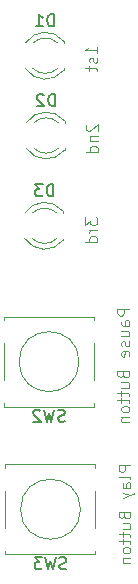
<source format=gbr>
%TF.GenerationSoftware,KiCad,Pcbnew,8.0.9-unknown-202502181922~c4009544a9~ubuntu24.04.1*%
%TF.CreationDate,2025-03-05T23:49:28+05:30*%
%TF.ProjectId,CircuitDesign_AEDTrainer,43697263-7569-4744-9465-7369676e5f41,rev?*%
%TF.SameCoordinates,Original*%
%TF.FileFunction,Legend,Bot*%
%TF.FilePolarity,Positive*%
%FSLAX46Y46*%
G04 Gerber Fmt 4.6, Leading zero omitted, Abs format (unit mm)*
G04 Created by KiCad (PCBNEW 8.0.9-unknown-202502181922~c4009544a9~ubuntu24.04.1) date 2025-03-05 23:49:28*
%MOMM*%
%LPD*%
G01*
G04 APERTURE LIST*
%ADD10C,0.100000*%
%ADD11C,0.150000*%
%ADD12C,0.120000*%
G04 APERTURE END LIST*
D10*
X176347419Y-78033646D02*
X176347419Y-78652693D01*
X176347419Y-78652693D02*
X176728371Y-78319360D01*
X176728371Y-78319360D02*
X176728371Y-78462217D01*
X176728371Y-78462217D02*
X176775990Y-78557455D01*
X176775990Y-78557455D02*
X176823609Y-78605074D01*
X176823609Y-78605074D02*
X176918847Y-78652693D01*
X176918847Y-78652693D02*
X177156942Y-78652693D01*
X177156942Y-78652693D02*
X177252180Y-78605074D01*
X177252180Y-78605074D02*
X177299800Y-78557455D01*
X177299800Y-78557455D02*
X177347419Y-78462217D01*
X177347419Y-78462217D02*
X177347419Y-78176503D01*
X177347419Y-78176503D02*
X177299800Y-78081265D01*
X177299800Y-78081265D02*
X177252180Y-78033646D01*
X177347419Y-79081265D02*
X176680752Y-79081265D01*
X176871228Y-79081265D02*
X176775990Y-79128884D01*
X176775990Y-79128884D02*
X176728371Y-79176503D01*
X176728371Y-79176503D02*
X176680752Y-79271741D01*
X176680752Y-79271741D02*
X176680752Y-79366979D01*
X177347419Y-80128884D02*
X176347419Y-80128884D01*
X177299800Y-80128884D02*
X177347419Y-80033646D01*
X177347419Y-80033646D02*
X177347419Y-79843170D01*
X177347419Y-79843170D02*
X177299800Y-79747932D01*
X177299800Y-79747932D02*
X177252180Y-79700313D01*
X177252180Y-79700313D02*
X177156942Y-79652694D01*
X177156942Y-79652694D02*
X176871228Y-79652694D01*
X176871228Y-79652694D02*
X176775990Y-79700313D01*
X176775990Y-79700313D02*
X176728371Y-79747932D01*
X176728371Y-79747932D02*
X176680752Y-79843170D01*
X176680752Y-79843170D02*
X176680752Y-80033646D01*
X176680752Y-80033646D02*
X176728371Y-80128884D01*
X176492657Y-70156265D02*
X176445038Y-70203884D01*
X176445038Y-70203884D02*
X176397419Y-70299122D01*
X176397419Y-70299122D02*
X176397419Y-70537217D01*
X176397419Y-70537217D02*
X176445038Y-70632455D01*
X176445038Y-70632455D02*
X176492657Y-70680074D01*
X176492657Y-70680074D02*
X176587895Y-70727693D01*
X176587895Y-70727693D02*
X176683133Y-70727693D01*
X176683133Y-70727693D02*
X176825990Y-70680074D01*
X176825990Y-70680074D02*
X177397419Y-70108646D01*
X177397419Y-70108646D02*
X177397419Y-70727693D01*
X176730752Y-71156265D02*
X177397419Y-71156265D01*
X176825990Y-71156265D02*
X176778371Y-71203884D01*
X176778371Y-71203884D02*
X176730752Y-71299122D01*
X176730752Y-71299122D02*
X176730752Y-71441979D01*
X176730752Y-71441979D02*
X176778371Y-71537217D01*
X176778371Y-71537217D02*
X176873609Y-71584836D01*
X176873609Y-71584836D02*
X177397419Y-71584836D01*
X177397419Y-72489598D02*
X176397419Y-72489598D01*
X177349800Y-72489598D02*
X177397419Y-72394360D01*
X177397419Y-72394360D02*
X177397419Y-72203884D01*
X177397419Y-72203884D02*
X177349800Y-72108646D01*
X177349800Y-72108646D02*
X177302180Y-72061027D01*
X177302180Y-72061027D02*
X177206942Y-72013408D01*
X177206942Y-72013408D02*
X176921228Y-72013408D01*
X176921228Y-72013408D02*
X176825990Y-72061027D01*
X176825990Y-72061027D02*
X176778371Y-72108646D01*
X176778371Y-72108646D02*
X176730752Y-72203884D01*
X176730752Y-72203884D02*
X176730752Y-72394360D01*
X176730752Y-72394360D02*
X176778371Y-72489598D01*
X177347419Y-64152693D02*
X177347419Y-63581265D01*
X177347419Y-63866979D02*
X176347419Y-63866979D01*
X176347419Y-63866979D02*
X176490276Y-63771741D01*
X176490276Y-63771741D02*
X176585514Y-63676503D01*
X176585514Y-63676503D02*
X176633133Y-63581265D01*
X177299800Y-64533646D02*
X177347419Y-64628884D01*
X177347419Y-64628884D02*
X177347419Y-64819360D01*
X177347419Y-64819360D02*
X177299800Y-64914598D01*
X177299800Y-64914598D02*
X177204561Y-64962217D01*
X177204561Y-64962217D02*
X177156942Y-64962217D01*
X177156942Y-64962217D02*
X177061704Y-64914598D01*
X177061704Y-64914598D02*
X177014085Y-64819360D01*
X177014085Y-64819360D02*
X177014085Y-64676503D01*
X177014085Y-64676503D02*
X176966466Y-64581265D01*
X176966466Y-64581265D02*
X176871228Y-64533646D01*
X176871228Y-64533646D02*
X176823609Y-64533646D01*
X176823609Y-64533646D02*
X176728371Y-64581265D01*
X176728371Y-64581265D02*
X176680752Y-64676503D01*
X176680752Y-64676503D02*
X176680752Y-64819360D01*
X176680752Y-64819360D02*
X176728371Y-64914598D01*
X176680752Y-65247932D02*
X176680752Y-65628884D01*
X176347419Y-65390789D02*
X177204561Y-65390789D01*
X177204561Y-65390789D02*
X177299800Y-65438408D01*
X177299800Y-65438408D02*
X177347419Y-65533646D01*
X177347419Y-65533646D02*
X177347419Y-65628884D01*
X180172419Y-99003884D02*
X179172419Y-99003884D01*
X179172419Y-99003884D02*
X179172419Y-99384836D01*
X179172419Y-99384836D02*
X179220038Y-99480074D01*
X179220038Y-99480074D02*
X179267657Y-99527693D01*
X179267657Y-99527693D02*
X179362895Y-99575312D01*
X179362895Y-99575312D02*
X179505752Y-99575312D01*
X179505752Y-99575312D02*
X179600990Y-99527693D01*
X179600990Y-99527693D02*
X179648609Y-99480074D01*
X179648609Y-99480074D02*
X179696228Y-99384836D01*
X179696228Y-99384836D02*
X179696228Y-99003884D01*
X180172419Y-100146741D02*
X180124800Y-100051503D01*
X180124800Y-100051503D02*
X180029561Y-100003884D01*
X180029561Y-100003884D02*
X179172419Y-100003884D01*
X180172419Y-100956265D02*
X179648609Y-100956265D01*
X179648609Y-100956265D02*
X179553371Y-100908646D01*
X179553371Y-100908646D02*
X179505752Y-100813408D01*
X179505752Y-100813408D02*
X179505752Y-100622932D01*
X179505752Y-100622932D02*
X179553371Y-100527694D01*
X180124800Y-100956265D02*
X180172419Y-100861027D01*
X180172419Y-100861027D02*
X180172419Y-100622932D01*
X180172419Y-100622932D02*
X180124800Y-100527694D01*
X180124800Y-100527694D02*
X180029561Y-100480075D01*
X180029561Y-100480075D02*
X179934323Y-100480075D01*
X179934323Y-100480075D02*
X179839085Y-100527694D01*
X179839085Y-100527694D02*
X179791466Y-100622932D01*
X179791466Y-100622932D02*
X179791466Y-100861027D01*
X179791466Y-100861027D02*
X179743847Y-100956265D01*
X179505752Y-101337218D02*
X180172419Y-101575313D01*
X179505752Y-101813408D02*
X180172419Y-101575313D01*
X180172419Y-101575313D02*
X180410514Y-101480075D01*
X180410514Y-101480075D02*
X180458133Y-101432456D01*
X180458133Y-101432456D02*
X180505752Y-101337218D01*
X179648609Y-103289599D02*
X179696228Y-103432456D01*
X179696228Y-103432456D02*
X179743847Y-103480075D01*
X179743847Y-103480075D02*
X179839085Y-103527694D01*
X179839085Y-103527694D02*
X179981942Y-103527694D01*
X179981942Y-103527694D02*
X180077180Y-103480075D01*
X180077180Y-103480075D02*
X180124800Y-103432456D01*
X180124800Y-103432456D02*
X180172419Y-103337218D01*
X180172419Y-103337218D02*
X180172419Y-102956266D01*
X180172419Y-102956266D02*
X179172419Y-102956266D01*
X179172419Y-102956266D02*
X179172419Y-103289599D01*
X179172419Y-103289599D02*
X179220038Y-103384837D01*
X179220038Y-103384837D02*
X179267657Y-103432456D01*
X179267657Y-103432456D02*
X179362895Y-103480075D01*
X179362895Y-103480075D02*
X179458133Y-103480075D01*
X179458133Y-103480075D02*
X179553371Y-103432456D01*
X179553371Y-103432456D02*
X179600990Y-103384837D01*
X179600990Y-103384837D02*
X179648609Y-103289599D01*
X179648609Y-103289599D02*
X179648609Y-102956266D01*
X179505752Y-104384837D02*
X180172419Y-104384837D01*
X179505752Y-103956266D02*
X180029561Y-103956266D01*
X180029561Y-103956266D02*
X180124800Y-104003885D01*
X180124800Y-104003885D02*
X180172419Y-104099123D01*
X180172419Y-104099123D02*
X180172419Y-104241980D01*
X180172419Y-104241980D02*
X180124800Y-104337218D01*
X180124800Y-104337218D02*
X180077180Y-104384837D01*
X179505752Y-104718171D02*
X179505752Y-105099123D01*
X179172419Y-104861028D02*
X180029561Y-104861028D01*
X180029561Y-104861028D02*
X180124800Y-104908647D01*
X180124800Y-104908647D02*
X180172419Y-105003885D01*
X180172419Y-105003885D02*
X180172419Y-105099123D01*
X179505752Y-105289600D02*
X179505752Y-105670552D01*
X179172419Y-105432457D02*
X180029561Y-105432457D01*
X180029561Y-105432457D02*
X180124800Y-105480076D01*
X180124800Y-105480076D02*
X180172419Y-105575314D01*
X180172419Y-105575314D02*
X180172419Y-105670552D01*
X180172419Y-106146743D02*
X180124800Y-106051505D01*
X180124800Y-106051505D02*
X180077180Y-106003886D01*
X180077180Y-106003886D02*
X179981942Y-105956267D01*
X179981942Y-105956267D02*
X179696228Y-105956267D01*
X179696228Y-105956267D02*
X179600990Y-106003886D01*
X179600990Y-106003886D02*
X179553371Y-106051505D01*
X179553371Y-106051505D02*
X179505752Y-106146743D01*
X179505752Y-106146743D02*
X179505752Y-106289600D01*
X179505752Y-106289600D02*
X179553371Y-106384838D01*
X179553371Y-106384838D02*
X179600990Y-106432457D01*
X179600990Y-106432457D02*
X179696228Y-106480076D01*
X179696228Y-106480076D02*
X179981942Y-106480076D01*
X179981942Y-106480076D02*
X180077180Y-106432457D01*
X180077180Y-106432457D02*
X180124800Y-106384838D01*
X180124800Y-106384838D02*
X180172419Y-106289600D01*
X180172419Y-106289600D02*
X180172419Y-106146743D01*
X179505752Y-106908648D02*
X180172419Y-106908648D01*
X179600990Y-106908648D02*
X179553371Y-106956267D01*
X179553371Y-106956267D02*
X179505752Y-107051505D01*
X179505752Y-107051505D02*
X179505752Y-107194362D01*
X179505752Y-107194362D02*
X179553371Y-107289600D01*
X179553371Y-107289600D02*
X179648609Y-107337219D01*
X179648609Y-107337219D02*
X180172419Y-107337219D01*
X180072419Y-85778884D02*
X179072419Y-85778884D01*
X179072419Y-85778884D02*
X179072419Y-86159836D01*
X179072419Y-86159836D02*
X179120038Y-86255074D01*
X179120038Y-86255074D02*
X179167657Y-86302693D01*
X179167657Y-86302693D02*
X179262895Y-86350312D01*
X179262895Y-86350312D02*
X179405752Y-86350312D01*
X179405752Y-86350312D02*
X179500990Y-86302693D01*
X179500990Y-86302693D02*
X179548609Y-86255074D01*
X179548609Y-86255074D02*
X179596228Y-86159836D01*
X179596228Y-86159836D02*
X179596228Y-85778884D01*
X180072419Y-87207455D02*
X179548609Y-87207455D01*
X179548609Y-87207455D02*
X179453371Y-87159836D01*
X179453371Y-87159836D02*
X179405752Y-87064598D01*
X179405752Y-87064598D02*
X179405752Y-86874122D01*
X179405752Y-86874122D02*
X179453371Y-86778884D01*
X180024800Y-87207455D02*
X180072419Y-87112217D01*
X180072419Y-87112217D02*
X180072419Y-86874122D01*
X180072419Y-86874122D02*
X180024800Y-86778884D01*
X180024800Y-86778884D02*
X179929561Y-86731265D01*
X179929561Y-86731265D02*
X179834323Y-86731265D01*
X179834323Y-86731265D02*
X179739085Y-86778884D01*
X179739085Y-86778884D02*
X179691466Y-86874122D01*
X179691466Y-86874122D02*
X179691466Y-87112217D01*
X179691466Y-87112217D02*
X179643847Y-87207455D01*
X179405752Y-88112217D02*
X180072419Y-88112217D01*
X179405752Y-87683646D02*
X179929561Y-87683646D01*
X179929561Y-87683646D02*
X180024800Y-87731265D01*
X180024800Y-87731265D02*
X180072419Y-87826503D01*
X180072419Y-87826503D02*
X180072419Y-87969360D01*
X180072419Y-87969360D02*
X180024800Y-88064598D01*
X180024800Y-88064598D02*
X179977180Y-88112217D01*
X180024800Y-88540789D02*
X180072419Y-88636027D01*
X180072419Y-88636027D02*
X180072419Y-88826503D01*
X180072419Y-88826503D02*
X180024800Y-88921741D01*
X180024800Y-88921741D02*
X179929561Y-88969360D01*
X179929561Y-88969360D02*
X179881942Y-88969360D01*
X179881942Y-88969360D02*
X179786704Y-88921741D01*
X179786704Y-88921741D02*
X179739085Y-88826503D01*
X179739085Y-88826503D02*
X179739085Y-88683646D01*
X179739085Y-88683646D02*
X179691466Y-88588408D01*
X179691466Y-88588408D02*
X179596228Y-88540789D01*
X179596228Y-88540789D02*
X179548609Y-88540789D01*
X179548609Y-88540789D02*
X179453371Y-88588408D01*
X179453371Y-88588408D02*
X179405752Y-88683646D01*
X179405752Y-88683646D02*
X179405752Y-88826503D01*
X179405752Y-88826503D02*
X179453371Y-88921741D01*
X180024800Y-89778884D02*
X180072419Y-89683646D01*
X180072419Y-89683646D02*
X180072419Y-89493170D01*
X180072419Y-89493170D02*
X180024800Y-89397932D01*
X180024800Y-89397932D02*
X179929561Y-89350313D01*
X179929561Y-89350313D02*
X179548609Y-89350313D01*
X179548609Y-89350313D02*
X179453371Y-89397932D01*
X179453371Y-89397932D02*
X179405752Y-89493170D01*
X179405752Y-89493170D02*
X179405752Y-89683646D01*
X179405752Y-89683646D02*
X179453371Y-89778884D01*
X179453371Y-89778884D02*
X179548609Y-89826503D01*
X179548609Y-89826503D02*
X179643847Y-89826503D01*
X179643847Y-89826503D02*
X179739085Y-89350313D01*
X179548609Y-91350313D02*
X179596228Y-91493170D01*
X179596228Y-91493170D02*
X179643847Y-91540789D01*
X179643847Y-91540789D02*
X179739085Y-91588408D01*
X179739085Y-91588408D02*
X179881942Y-91588408D01*
X179881942Y-91588408D02*
X179977180Y-91540789D01*
X179977180Y-91540789D02*
X180024800Y-91493170D01*
X180024800Y-91493170D02*
X180072419Y-91397932D01*
X180072419Y-91397932D02*
X180072419Y-91016980D01*
X180072419Y-91016980D02*
X179072419Y-91016980D01*
X179072419Y-91016980D02*
X179072419Y-91350313D01*
X179072419Y-91350313D02*
X179120038Y-91445551D01*
X179120038Y-91445551D02*
X179167657Y-91493170D01*
X179167657Y-91493170D02*
X179262895Y-91540789D01*
X179262895Y-91540789D02*
X179358133Y-91540789D01*
X179358133Y-91540789D02*
X179453371Y-91493170D01*
X179453371Y-91493170D02*
X179500990Y-91445551D01*
X179500990Y-91445551D02*
X179548609Y-91350313D01*
X179548609Y-91350313D02*
X179548609Y-91016980D01*
X179405752Y-92445551D02*
X180072419Y-92445551D01*
X179405752Y-92016980D02*
X179929561Y-92016980D01*
X179929561Y-92016980D02*
X180024800Y-92064599D01*
X180024800Y-92064599D02*
X180072419Y-92159837D01*
X180072419Y-92159837D02*
X180072419Y-92302694D01*
X180072419Y-92302694D02*
X180024800Y-92397932D01*
X180024800Y-92397932D02*
X179977180Y-92445551D01*
X179405752Y-92778885D02*
X179405752Y-93159837D01*
X179072419Y-92921742D02*
X179929561Y-92921742D01*
X179929561Y-92921742D02*
X180024800Y-92969361D01*
X180024800Y-92969361D02*
X180072419Y-93064599D01*
X180072419Y-93064599D02*
X180072419Y-93159837D01*
X179405752Y-93350314D02*
X179405752Y-93731266D01*
X179072419Y-93493171D02*
X179929561Y-93493171D01*
X179929561Y-93493171D02*
X180024800Y-93540790D01*
X180024800Y-93540790D02*
X180072419Y-93636028D01*
X180072419Y-93636028D02*
X180072419Y-93731266D01*
X180072419Y-94207457D02*
X180024800Y-94112219D01*
X180024800Y-94112219D02*
X179977180Y-94064600D01*
X179977180Y-94064600D02*
X179881942Y-94016981D01*
X179881942Y-94016981D02*
X179596228Y-94016981D01*
X179596228Y-94016981D02*
X179500990Y-94064600D01*
X179500990Y-94064600D02*
X179453371Y-94112219D01*
X179453371Y-94112219D02*
X179405752Y-94207457D01*
X179405752Y-94207457D02*
X179405752Y-94350314D01*
X179405752Y-94350314D02*
X179453371Y-94445552D01*
X179453371Y-94445552D02*
X179500990Y-94493171D01*
X179500990Y-94493171D02*
X179596228Y-94540790D01*
X179596228Y-94540790D02*
X179881942Y-94540790D01*
X179881942Y-94540790D02*
X179977180Y-94493171D01*
X179977180Y-94493171D02*
X180024800Y-94445552D01*
X180024800Y-94445552D02*
X180072419Y-94350314D01*
X180072419Y-94350314D02*
X180072419Y-94207457D01*
X179405752Y-94969362D02*
X180072419Y-94969362D01*
X179500990Y-94969362D02*
X179453371Y-95016981D01*
X179453371Y-95016981D02*
X179405752Y-95112219D01*
X179405752Y-95112219D02*
X179405752Y-95255076D01*
X179405752Y-95255076D02*
X179453371Y-95350314D01*
X179453371Y-95350314D02*
X179548609Y-95397933D01*
X179548609Y-95397933D02*
X180072419Y-95397933D01*
D11*
X174733332Y-107777200D02*
X174590475Y-107824819D01*
X174590475Y-107824819D02*
X174352380Y-107824819D01*
X174352380Y-107824819D02*
X174257142Y-107777200D01*
X174257142Y-107777200D02*
X174209523Y-107729580D01*
X174209523Y-107729580D02*
X174161904Y-107634342D01*
X174161904Y-107634342D02*
X174161904Y-107539104D01*
X174161904Y-107539104D02*
X174209523Y-107443866D01*
X174209523Y-107443866D02*
X174257142Y-107396247D01*
X174257142Y-107396247D02*
X174352380Y-107348628D01*
X174352380Y-107348628D02*
X174542856Y-107301009D01*
X174542856Y-107301009D02*
X174638094Y-107253390D01*
X174638094Y-107253390D02*
X174685713Y-107205771D01*
X174685713Y-107205771D02*
X174733332Y-107110533D01*
X174733332Y-107110533D02*
X174733332Y-107015295D01*
X174733332Y-107015295D02*
X174685713Y-106920057D01*
X174685713Y-106920057D02*
X174638094Y-106872438D01*
X174638094Y-106872438D02*
X174542856Y-106824819D01*
X174542856Y-106824819D02*
X174304761Y-106824819D01*
X174304761Y-106824819D02*
X174161904Y-106872438D01*
X173828570Y-106824819D02*
X173590475Y-107824819D01*
X173590475Y-107824819D02*
X173399999Y-107110533D01*
X173399999Y-107110533D02*
X173209523Y-107824819D01*
X173209523Y-107824819D02*
X172971428Y-106824819D01*
X172685713Y-106824819D02*
X172066666Y-106824819D01*
X172066666Y-106824819D02*
X172399999Y-107205771D01*
X172399999Y-107205771D02*
X172257142Y-107205771D01*
X172257142Y-107205771D02*
X172161904Y-107253390D01*
X172161904Y-107253390D02*
X172114285Y-107301009D01*
X172114285Y-107301009D02*
X172066666Y-107396247D01*
X172066666Y-107396247D02*
X172066666Y-107634342D01*
X172066666Y-107634342D02*
X172114285Y-107729580D01*
X172114285Y-107729580D02*
X172161904Y-107777200D01*
X172161904Y-107777200D02*
X172257142Y-107824819D01*
X172257142Y-107824819D02*
X172542856Y-107824819D01*
X172542856Y-107824819D02*
X172638094Y-107777200D01*
X172638094Y-107777200D02*
X172685713Y-107729580D01*
X174608332Y-95277200D02*
X174465475Y-95324819D01*
X174465475Y-95324819D02*
X174227380Y-95324819D01*
X174227380Y-95324819D02*
X174132142Y-95277200D01*
X174132142Y-95277200D02*
X174084523Y-95229580D01*
X174084523Y-95229580D02*
X174036904Y-95134342D01*
X174036904Y-95134342D02*
X174036904Y-95039104D01*
X174036904Y-95039104D02*
X174084523Y-94943866D01*
X174084523Y-94943866D02*
X174132142Y-94896247D01*
X174132142Y-94896247D02*
X174227380Y-94848628D01*
X174227380Y-94848628D02*
X174417856Y-94801009D01*
X174417856Y-94801009D02*
X174513094Y-94753390D01*
X174513094Y-94753390D02*
X174560713Y-94705771D01*
X174560713Y-94705771D02*
X174608332Y-94610533D01*
X174608332Y-94610533D02*
X174608332Y-94515295D01*
X174608332Y-94515295D02*
X174560713Y-94420057D01*
X174560713Y-94420057D02*
X174513094Y-94372438D01*
X174513094Y-94372438D02*
X174417856Y-94324819D01*
X174417856Y-94324819D02*
X174179761Y-94324819D01*
X174179761Y-94324819D02*
X174036904Y-94372438D01*
X173703570Y-94324819D02*
X173465475Y-95324819D01*
X173465475Y-95324819D02*
X173274999Y-94610533D01*
X173274999Y-94610533D02*
X173084523Y-95324819D01*
X173084523Y-95324819D02*
X172846428Y-94324819D01*
X172513094Y-94420057D02*
X172465475Y-94372438D01*
X172465475Y-94372438D02*
X172370237Y-94324819D01*
X172370237Y-94324819D02*
X172132142Y-94324819D01*
X172132142Y-94324819D02*
X172036904Y-94372438D01*
X172036904Y-94372438D02*
X171989285Y-94420057D01*
X171989285Y-94420057D02*
X171941666Y-94515295D01*
X171941666Y-94515295D02*
X171941666Y-94610533D01*
X171941666Y-94610533D02*
X171989285Y-94753390D01*
X171989285Y-94753390D02*
X172560713Y-95324819D01*
X172560713Y-95324819D02*
X171941666Y-95324819D01*
X173638094Y-76244819D02*
X173638094Y-75244819D01*
X173638094Y-75244819D02*
X173399999Y-75244819D01*
X173399999Y-75244819D02*
X173257142Y-75292438D01*
X173257142Y-75292438D02*
X173161904Y-75387676D01*
X173161904Y-75387676D02*
X173114285Y-75482914D01*
X173114285Y-75482914D02*
X173066666Y-75673390D01*
X173066666Y-75673390D02*
X173066666Y-75816247D01*
X173066666Y-75816247D02*
X173114285Y-76006723D01*
X173114285Y-76006723D02*
X173161904Y-76101961D01*
X173161904Y-76101961D02*
X173257142Y-76197200D01*
X173257142Y-76197200D02*
X173399999Y-76244819D01*
X173399999Y-76244819D02*
X173638094Y-76244819D01*
X172733332Y-75244819D02*
X172114285Y-75244819D01*
X172114285Y-75244819D02*
X172447618Y-75625771D01*
X172447618Y-75625771D02*
X172304761Y-75625771D01*
X172304761Y-75625771D02*
X172209523Y-75673390D01*
X172209523Y-75673390D02*
X172161904Y-75721009D01*
X172161904Y-75721009D02*
X172114285Y-75816247D01*
X172114285Y-75816247D02*
X172114285Y-76054342D01*
X172114285Y-76054342D02*
X172161904Y-76149580D01*
X172161904Y-76149580D02*
X172209523Y-76197200D01*
X172209523Y-76197200D02*
X172304761Y-76244819D01*
X172304761Y-76244819D02*
X172590475Y-76244819D01*
X172590475Y-76244819D02*
X172685713Y-76197200D01*
X172685713Y-76197200D02*
X172733332Y-76149580D01*
X173768094Y-68599819D02*
X173768094Y-67599819D01*
X173768094Y-67599819D02*
X173529999Y-67599819D01*
X173529999Y-67599819D02*
X173387142Y-67647438D01*
X173387142Y-67647438D02*
X173291904Y-67742676D01*
X173291904Y-67742676D02*
X173244285Y-67837914D01*
X173244285Y-67837914D02*
X173196666Y-68028390D01*
X173196666Y-68028390D02*
X173196666Y-68171247D01*
X173196666Y-68171247D02*
X173244285Y-68361723D01*
X173244285Y-68361723D02*
X173291904Y-68456961D01*
X173291904Y-68456961D02*
X173387142Y-68552200D01*
X173387142Y-68552200D02*
X173529999Y-68599819D01*
X173529999Y-68599819D02*
X173768094Y-68599819D01*
X172815713Y-67695057D02*
X172768094Y-67647438D01*
X172768094Y-67647438D02*
X172672856Y-67599819D01*
X172672856Y-67599819D02*
X172434761Y-67599819D01*
X172434761Y-67599819D02*
X172339523Y-67647438D01*
X172339523Y-67647438D02*
X172291904Y-67695057D01*
X172291904Y-67695057D02*
X172244285Y-67790295D01*
X172244285Y-67790295D02*
X172244285Y-67885533D01*
X172244285Y-67885533D02*
X172291904Y-68028390D01*
X172291904Y-68028390D02*
X172863332Y-68599819D01*
X172863332Y-68599819D02*
X172244285Y-68599819D01*
X173693094Y-61844819D02*
X173693094Y-60844819D01*
X173693094Y-60844819D02*
X173454999Y-60844819D01*
X173454999Y-60844819D02*
X173312142Y-60892438D01*
X173312142Y-60892438D02*
X173216904Y-60987676D01*
X173216904Y-60987676D02*
X173169285Y-61082914D01*
X173169285Y-61082914D02*
X173121666Y-61273390D01*
X173121666Y-61273390D02*
X173121666Y-61416247D01*
X173121666Y-61416247D02*
X173169285Y-61606723D01*
X173169285Y-61606723D02*
X173216904Y-61701961D01*
X173216904Y-61701961D02*
X173312142Y-61797200D01*
X173312142Y-61797200D02*
X173454999Y-61844819D01*
X173454999Y-61844819D02*
X173693094Y-61844819D01*
X172169285Y-61844819D02*
X172740713Y-61844819D01*
X172454999Y-61844819D02*
X172454999Y-60844819D01*
X172454999Y-60844819D02*
X172550237Y-60987676D01*
X172550237Y-60987676D02*
X172645475Y-61082914D01*
X172645475Y-61082914D02*
X172740713Y-61130533D01*
D12*
%TO.C,SW3*%
X169590000Y-106260000D02*
X169590000Y-106560000D01*
X177210000Y-106560000D02*
X169590000Y-106560000D01*
X169590000Y-101180000D02*
X169590000Y-104320000D01*
X169590000Y-98940000D02*
X169590000Y-99240000D01*
X177210000Y-106260000D02*
X177210000Y-106560000D01*
X177210000Y-101180000D02*
X177210000Y-104320000D01*
X177210000Y-98940000D02*
X177210000Y-99240000D01*
X169590000Y-98940000D02*
X177210000Y-98940000D01*
X175940000Y-102750000D02*
G75*
G02*
X170860000Y-102750000I-2540000J0D01*
G01*
X170860000Y-102750000D02*
G75*
G02*
X175940000Y-102750000I2540000J0D01*
G01*
%TO.C,SW2*%
X169465000Y-93760000D02*
X169465000Y-94060000D01*
X177085000Y-94060000D02*
X169465000Y-94060000D01*
X169465000Y-88680000D02*
X169465000Y-91820000D01*
X169465000Y-86440000D02*
X169465000Y-86740000D01*
X177085000Y-93760000D02*
X177085000Y-94060000D01*
X177085000Y-88680000D02*
X177085000Y-91820000D01*
X177085000Y-86440000D02*
X177085000Y-86740000D01*
X169465000Y-86440000D02*
X177085000Y-86440000D01*
X175815000Y-90250000D02*
G75*
G02*
X170735000Y-90250000I-2540000J0D01*
G01*
X170735000Y-90250000D02*
G75*
G02*
X175815000Y-90250000I2540000J0D01*
G01*
%TO.C,D3*%
X174460000Y-77670000D02*
X174460000Y-77514000D01*
X174460000Y-79986000D02*
X174460000Y-79830000D01*
X171228603Y-77669939D02*
G75*
G02*
X174460000Y-77514484I1671397J-1080061D01*
G01*
X171859090Y-77669951D02*
G75*
G02*
X173940961Y-77670000I1040910J-1080049D01*
G01*
X173940961Y-79830000D02*
G75*
G02*
X171859090Y-79830049I-1040961J1080000D01*
G01*
X174460000Y-79985516D02*
G75*
G02*
X171228603Y-79830061I-1560000J1235516D01*
G01*
%TO.C,D2*%
X174590000Y-70025000D02*
X174590000Y-69869000D01*
X174590000Y-72341000D02*
X174590000Y-72185000D01*
X171358603Y-70024939D02*
G75*
G02*
X174590000Y-69869484I1671397J-1080061D01*
G01*
X171989090Y-70024951D02*
G75*
G02*
X174070961Y-70025000I1040910J-1080049D01*
G01*
X174070961Y-72185000D02*
G75*
G02*
X171989090Y-72185049I-1040961J1080000D01*
G01*
X174590000Y-72340516D02*
G75*
G02*
X171358603Y-72185061I-1560000J1235516D01*
G01*
%TO.C,D1*%
X174515000Y-63270000D02*
X174515000Y-63114000D01*
X174515000Y-65586000D02*
X174515000Y-65430000D01*
X171283603Y-63269939D02*
G75*
G02*
X174515000Y-63114484I1671397J-1080061D01*
G01*
X171914090Y-63269951D02*
G75*
G02*
X173995961Y-63270000I1040910J-1080049D01*
G01*
X173995961Y-65430000D02*
G75*
G02*
X171914090Y-65430049I-1040961J1080000D01*
G01*
X174515000Y-65585516D02*
G75*
G02*
X171283603Y-65430061I-1560000J1235516D01*
G01*
%TD*%
M02*

</source>
